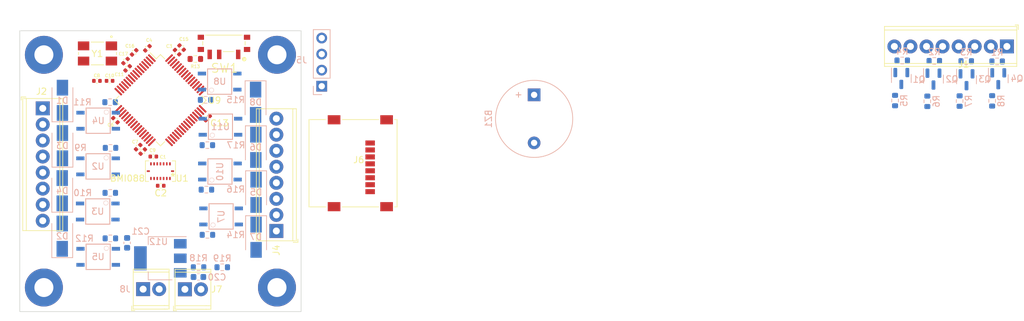
<source format=kicad_pcb>
(kicad_pcb (version 20211014) (generator pcbnew)
  (layers (0 "F.Cu" signal) (1 "In1.Cu" power) (2 "In2.Cu" power) (31 "B.Cu" signal) (34 "B.Paste" user) (35 "F.Paste" user) (36 "B.SilkS" user "B.Silkscreen") (37 "F.SilkS" user "F.Silkscreen") (38 "B.Mask" user) (39 "F.Mask" user) (44 "Edge.Cuts" user))
  (net 0 "")
  (net 1 "BUZZER")
  (net 2 "GND")
  (net 3 "3.3V")
  (net 4 "Net-(C7-Pad1)")
  (net 5 "Net-(C10-Pad2)")
  (net 6 "Net-(C11-Pad1)")
  (net 9 "RCC_OSC_IN")
  (net 10 "RCC_OSC_OUT")
  (net 11 "PWR")
  (net 12 "Net-(D1-Pad1)")
  (net 13 "Net-(D2-Pad1)")
  (net 14 "Net-(D3-Pad1)")
  (net 15 "Net-(D4-Pad1)")
  (net 16 "Net-(D5-Pad1)")
  (net 17 "Net-(D6-Pad1)")
  (net 18 "Net-(D7-Pad1)")
  (net 19 "Net-(J1-Pad2)")
  (net 20 "Net-(J1-Pad4)")
  (net 21 "Net-(J1-Pad6)")
  (net 22 "Net-(J1-Pad8)")
  (net 23 "SYS_JTMS-SWDIO")
  (net 24 "SYS_JTCK_SWCLK")
  (net 25 "SDIO_D2")
  (net 26 "SDIO_D3")
  (net 27 "SDIO_CMD")
  (net 28 "SDIO_CK")
  (net 29 "SDIO_D0")
  (net 30 "SDIO_D1")
  (net 32 "BATT+")
  (net 33 "PYRO4")
  (net 34 "Net-(Q1-Pad2)")
  (net 35 "PYRO3")
  (net 36 "Net-(Q2-Pad2)")
  (net 37 "PYRO2")
  (net 38 "Net-(Q3-Pad2)")
  (net 39 "PYRO1")
  (net 40 "Net-(Q4-Pad2)")
  (net 41 "Net-(R9-Pad1)")
  (net 42 "SOL2")
  (net 43 "Net-(R10-Pad1)")
  (net 44 "SOL3")
  (net 45 "Net-(R11-Pad1)")
  (net 46 "SOL1")
  (net 47 "Net-(R12-Pad1)")
  (net 48 "SOL4")
  (net 49 "Net-(R13-Pad1)")
  (net 50 "Net-(R13-Pad2)")
  (net 51 "Net-(R14-Pad1)")
  (net 52 "SOL5")
  (net 53 "Net-(R15-Pad1)")
  (net 54 "SOL8")
  (net 55 "Net-(R16-Pad1)")
  (net 56 "SOL6")
  (net 57 "Net-(R17-Pad1)")
  (net 58 "SOL7")
  (net 59 "VMON")
  (net 61 "INT_ACC1")
  (net 62 "MISO")
  (net 63 "CS1_ACC")
  (net 64 "INT_GYRO2")
  (net 65 "INT_GYRO1")
  (net 66 "MOSI")
  (net 67 "SCK")
  (net 68 "CS2_GYRO")
  (net 69 "INT_ACC2")
  (net 80 "Net-(D8-Pad1)")
  (footprint "Capacitor_SMD:C_0402_1005Metric" (layer "F.Cu") (at 42.44 31.35 -135)
    (fp_text reference "C11" (at 1.605132 0.247487 180) (layer "F.SilkS") (effects (font (size 0.5 0.5) (thickness 0.1))))
    (fp_text value "100nF")
    (pad "1" smd roundrect (at -0.48 0 225) (size 0.56 0.62) (layers "F.Cu" "F.Paste" "F.Mask") (net 6 "Net-(C11-Pad1)"))
    (pad "2" smd roundrect (at 0.48 0 225) (size 0.56 0.62) (layers "F.Cu" "F.Paste" "F.Mask") (net 2 "GND"))
  )
  (footprint "Capacitor_SMD:C_0402_1005Metric" (layer "F.Cu") (at 44.108608 43.824621 -135)
    (fp_text reference "C7" (at -0.25881 0.935664 -180) (layer "F.SilkS") (effects (font (size 0.5 0.5) (thickness 0.1))))
    (fp_text value "4.7uF")
    (pad "1" smd roundrect (at -0.48 0 225) (size 0.56 0.62) (layers "F.Cu" "F.Paste" "F.Mask") (net 4 "Net-(C7-Pad1)"))
    (pad "2" smd roundrect (at 0.48 0 225) (size 0.56 0.62) (layers "F.Cu" "F.Paste" "F.Mask") (net 2 "GND"))
  )
  (footprint "BMI088:BMI088" (layer "F.Cu") (at 47.625 47.625 180)
    (fp_text reference "U1" (at -3.429 -1.143) (layer "F.SilkS"))
    (fp_text value "BMI088" (at 5.207 -1.143) (layer "F.SilkS"))
    (fp_text user "*" (at -1.958686 -0.890955) (layer "F.SilkS"))
    (fp_text user "*" (at -1.958686 -0.890955) (layer "F.SilkS"))
    (pad "1" smd rect locked (at -1.5 -1.1557 180) (size 0.254 0.4826) (layers "F.Cu" "F.Paste" "F.Mask") (net 69 "INT_ACC2"))
    (pad "2" smd rect locked (at -1.000001 -1.1557 180) (size 0.254 0.4826) (layers "F.Cu" "F.Paste" "F.Mask") (net 2 "GND"))
    (pad "3" smd rect locked (at -0.499999 -1.1557 180) (size 0.254 0.4826) (layers "F.Cu" "F.Paste" "F.Mask") (net 3 "3.3V"))
    (pad "4" smd rect locked (at 0 -1.1557 180) (size 0.254 0.4826) (layers "F.Cu" "F.Paste" "F.Mask") (net 2 "GND"))
    (pad "5" smd rect locked (at 0.499999 -1.1557 180) (size 0.254 0.4826) (layers "F.Cu" "F.Paste" "F.Mask") (net 68 "CS2_GYRO"))
    (pad "6" smd rect locked (at 1.000001 -1.1557 180) (size 0.254 0.4826) (layers "F.Cu" "F.Paste" "F.Mask") (net 2 "GND"))
    (pad "7" smd rect locked (at 1.5 -1.1557 180) (size 0.254 0.4826) (layers "F.Cu" "F.Paste" "F.Mask") (net 2 "GND"))
    (pad "8" smd rect locked (at 1.9113 0 270) (size 0.254 0.4826) (layers "F.Cu" "F.Paste" "F.Mask") (net 67 "SCK"))
    (pad "9" smd rect locked (at 1.5 1.1557 180) (size 0.254 0.4826) (layers "F.Cu" "F.Paste" "F.Mask") (net 66 "MOSI"))
    (pad "10" smd rect locked (at 1.000001 1.1557 180) (size 0.254 0.4826) (layers "F.Cu" "F.Paste" "F.Mask") (net 62 "MISO"))
    (pad "11" smd rect locked (at 0.499999 1.1557 180) (size 0.254 0.4826) (layers "F.Cu" "F.Paste" "F.Mask") (net 3 "3.3V"))
    (pad "12" smd rect locked (at 0 1.1557 180) (size 0.254 0.4826) (layers "F.Cu" "F.Paste" "F.Mask") (net 65 "INT_GYRO1"))
    (pad "13" smd rect locked (at -0.499999 1.1557 180) (size 0.254 0.4826) (layers "F.Cu" "F.Paste" "F.Mask") (net 64 "INT_GYRO2"))
    (pad "14" smd rect locked (at -1.000001 1.1557 180) (size 0.254 0.4826) (layers "F.Cu" "F.Paste" "F.Mask") (net 63 "CS1_ACC"))
    (pad "15" smd rect locked (at -1.5 1.1557 180) (size 0.254 0.4826) (layers "F.Cu" "F.Paste" "F.Mask") (net 62 "MISO"))
    (pad "16" smd rect locked (at -1.9113 0 270) (size 0.254 0.4826) (layers "F.Cu" "F.Paste" "F.Mask") (net 61 "INT_ACC1"))
  )
  (footprint "TerminalBlock_Phoenix:TerminalBlock_Phoenix_MPT-0,5-2-2.54_1x02_P2.54mm_Horizontal" (layer "F.Cu") (at 44.89 66.3)
    (fp_text reference "J8" (at -2.86 -0.01) (layer "B.SilkS") (effects (justify mirror)))
    (fp_text value "Screw_Terminal_01x02")
    (pad "1" thru_hole rect (at 0 0) (size 2.2 2.2) (drill 1.1) (layers *.Cu *.Mask) (net 11 "PWR"))
    (pad "2" thru_hole circle (at 2.54 0) (size 2.2 2.2) (drill 1.1) (layers *.Cu *.Mask) (net 32 "BATT+"))
  )
  (footprint "Capacitor_SMD:C_0402_1005Metric" (layer "F.Cu") (at 47.67 49.93 180)
    (fp_text reference "C2" (at 0 -1.16) (layer "F.SilkS"))
    (fp_text value "100nF")
    (pad "1" smd roundrect (at -0.48 0 180) (size 0.56 0.62) (layers "F.Cu" "F.Paste" "F.Mask") (net 3 "3.3V"))
    (pad "2" smd roundrect (at 0.48 0 180) (size 0.56 0.62) (layers "F.Cu" "F.Paste" "F.Mask") (net 2 "GND"))
  )
  (footprint "TerminalBlock_Phoenix:TerminalBlock_Phoenix_MPT-0,5-8-2.54_1x08_P2.54mm_Horizontal" (layer "F.Cu") (at 181.37 27.89 180)
    (fp_text reference "J1" (at 6.82 -2.83) (layer "F.SilkS"))
    (fp_text value "Screw_Terminal_01x08")
    (pad "1" thru_hole rect (at 0 0 180) (size 2.2 2.2) (drill 1.1) (layers *.Cu *.Mask) (net 11 "PWR"))
    (pad "2" thru_hole circle (at 2.54 0 180) (size 2.2 2.2) (drill 1.1) (layers *.Cu *.Mask) (net 19 "Net-(J1-Pad2)"))
    (pad "3" thru_hole circle (at 5.08 0 180) (size 2.2 2.2) (drill 1.1) (layers *.Cu *.Mask) (net 11 "PWR"))
    (pad "4" thru_hole circle (at 7.62 0 180) (size 2.2 2.2) (drill 1.1) (layers *.Cu *.Mask) (net 20 "Net-(J1-Pad4)"))
    (pad "5" thru_hole circle (at 10.16 0 180) (size 2.2 2.2) (drill 1.1) (layers *.Cu *.Mask) (net 11 "PWR"))
    (pad "6" thru_hole circle (at 12.7 0 180) (size 2.2 2.2) (drill 1.1) (layers *.Cu *.Mask) (net 21 "Net-(J1-Pad6)"))
    (pad "7" thru_hole circle (at 15.24 0 180) (size 2.2 2.2) (drill 1.1) (layers *.Cu *.Mask) (net 11 "PWR"))
    (pad "8" thru_hole circle (at 17.78 0 180) (size 2.2 2.2) (drill 1.1) (layers *.Cu *.Mask) (net 22 "Net-(J1-Pad8)"))
  )
  (footprint "MountingHole:MountingHole_3mm_Pad_TopBottom" (layer "F.Cu") (at 29.21 66.04)
    (fp_text reference "H3" hide)
    (fp_text value "MountingHole_Pad")
    (pad "1" connect circle (at 0 0) (size 6 6) (layers "B.Cu" "B.Mask") (net 2 "GND"))
    (pad "1" connect circle (at 0 0) (size 6 6) (layers "F.Cu" "F.Mask") (net 2 "GND"))
    (pad "1" thru_hole circle (at 0 0) (size 3.4 3.4) (drill 3) (layers *.Cu *.Mask) (net 2 "GND"))
  )
  (footprint "Capacitor_SMD:C_0402_1005Metric" (layer "F.Cu") (at 55.09 39.23 -135)
    (fp_text reference "C13" (at -0.756604 -1.873833 -180) (layer "F.SilkS"))
    (fp_text value "100nF")
    (pad "1" smd roundrect (at -0.48 0 225) (size 0.56 0.62) (layers "F.Cu" "F.Paste" "F.Mask") (net 3 "3.3V"))
    (pad "2" smd roundrect (at 0.48 0 225) (size 0.56 0.62) (layers "F.Cu" "F.Paste" "F.Mask") (net 2 "GND"))
  )
  (footprint "MountingHole:MountingHole_3mm_Pad_TopBottom" (layer "F.Cu") (at 66.04 29.21)
    (fp_text reference "H1" hide)
    (fp_text value "MountingHole_Pad")
    (pad "1" connect circle (at 0 0) (size 6 6) (layers "B.Cu" "B.Mask") (net 2 "GND"))
    (pad "1" connect circle (at 0 0) (size 6 6) (layers "F.Cu" "F.Mask") (net 2 "GND"))
    (pad "1" thru_hole circle (at 0 0) (size 3.4 3.4) (drill 3) (layers *.Cu *.Mask) (net 2 "GND"))
  )
  (footprint "MountingHole:MountingHole_3mm_Pad_TopBottom" (layer "F.Cu") (at 66.04 66.04)
    (fp_text reference "H4" hide)
    (fp_text value "MountingHole_Pad")
    (pad "1" connect circle (at 0 0) (size 6 6) (layers "B.Cu" "B.Mask") (net 2 "GND"))
    (pad "1" thru_hole circle (at 0 0) (size 3.4 3.4) (drill 3) (layers *.Cu *.Mask) (net 2 "GND"))
    (pad "1" connect circle (at 0 0) (size 6 6) (layers "F.Cu" "F.Mask") (net 2 "GND"))
  )
  (footprint "Capacitor_SMD:C_0402_1005Metric" (layer "F.Cu") (at 40.51 39.56 135)
    (fp_text reference "C6" (at 0 -1.06066 180) (layer "F.SilkS") (effects (font (size 0.5 0.5) (thickness 0.1))))
    (fp_text value "100nF")
    (pad "1" smd roundrect (at -0.48 0 135) (size 0.56 0.62) (layers "F.Cu" "F.Paste" "F.Mask") (net 3 "3.3V"))
    (pad "2" smd roundrect (at 0.48 0 135) (size 0.56 0.62) (layers "F.Cu" "F.Paste" "F.Mask") (net 2 "GND"))
  )
  (footprint "PCM12SMTR:SW_PCM12SMTR" (layer "F.Cu") (at 57.66 27.4 180)
    (fp_text reference "SW1" (at -0.08 -3.93) (layer "F.SilkS") (effects (font (size 1.4 1.4))))
    (fp_text value "PCM12SMTR")
    (pad "" np_thru_hole circle locked (at 1.5 0 180) (size 0.9 0.9) (drill 0.9) (layers *.Cu *.Mask))
    (pad "" np_thru_hole circle locked (at -1.5 0 180) (size 0.9 0.9) (drill 0.9) (layers *.Cu *.Mask))
    (pad "1" smd rect locked (at -2.25 -1.75 180) (size 0.7 1.5) (layers "F.Cu" "F.Paste" "F.Mask") (net 2 "GND"))
    (pad "2" smd rect locked (at 0.75 -1.75 180) (size 0.7 1.5) (layers "F.Cu" "F.Paste" "F.Mask") (net 50 "Net-(R13-Pad2)"))
    (pad "3" smd rect locked (at 2.25 -1.75 180) (size 0.7 1.5) (layers "F.Cu" "F.Paste" "F.Mask") (net 3 "3.3V"))
    (pad "S1" smd rect locked (at -3.65 -0.965 180) (size 1 0.8) (layers "F.Cu" "F.Paste" "F.Mask"))
    (pad "S2" smd rect locked (at -3.65 0.965 180) (size 1 0.8) (layers "F.Cu" "F.Paste" "F.Mask"))
    (pad "S3" smd rect locked (at 3.65 0.965 180) (size 1 0.8) (layers "F.Cu" "F.Paste" "F.Mask"))
    (pad "S4" smd rect locked (at 3.65 -0.965 180) (size 1 0.8) (layers "F.Cu" "F.Paste" "F.Mask"))
  )
  (footprint "Capacitor_SMD:C_0402_1005Metric" (layer "F.Cu") (at 45.568722 28.180477 45)
    (fp_text reference "C4" (at 1.097256 -0.713611) (layer "F.SilkS") (effects (font (size 0.5 0.5) (thickness 0.1))))
    (fp_text value "100nF")
    (pad "1" smd roundrect (at -0.48 0 45) (size 0.56 0.62) (layers "F.Cu" "F.Paste" "F.Mask") (net 3 "3.3V"))
    (pad "2" smd roundrect (at 0.48 0 45) (size 0.56 0.62) (layers "F.Cu" "F.Paste" "F.Mask") (net 2 "GND"))
  )
  (footprint "Capacitor_SMD:C_0402_1005Metric" (layer "F.Cu") (at 39.59 33.33 180)
    (fp_text reference "C10" (at -0.008887 0.812929) (layer "F.SilkS") (effects (font (size 0.5 0.5) (thickness 0.1))))
    (fp_text value "1uF")
    (pad "1" smd roundrect (at -0.48 0 180) (size 0.56 0.62) (layers "F.Cu" "F.Paste" "F.Mask") (net 3 "3.3V"))
    (pad "2" smd roundrect (at 0.48 0 180) (size 0.56 0.62) (layers "F.Cu" "F.Paste" "F.Mask") (net 5 "Net-(C10-Pad2)"))
  )
  (footprint "Capacitor_SMD:C_0402_1005Metric" (layer "F.Cu") (at 42.11 30.2 -135)
    (fp_text reference "C17" (at -0.558614 1.053589 180) (layer "F.SilkS") (effects (font (size 0.5 0.5) (thickness 0.1))))
    (fp_text value "26uf")
    (pad "1" smd roundrect (at -0.48 0 225) (size 0.56 0.62) (layers "F.Cu" "F.Paste" "F.Mask") (net 10 "RCC_OSC_OUT"))
    (pad "2" smd roundrect (at 0.48 0 225) (size 0.56 0.62) (layers "F.Cu" "F.Paste" "F.Mask") (net 2 "GND"))
  )
  (footprint "TerminalBlock_Phoenix:TerminalBlock_Phoenix_MPT-0,5-8-2.54_1x08_P2.54mm_Horizontal" (layer "F.Cu") (at 29.03 37.69 -90)
    (fp_text reference "J2" (at -2.68 0.2 180) (layer "F.SilkS"))
    (fp_text value "Screw_Terminal_01x08")
    (pad "1" thru_hole rect (at 0 0 270) (size 2.2 2.2) (drill 1.1) (layers *.Cu *.Mask) (net 2 "GND"))
    (pad "2" thru_hole circle (at 2.54 0 270) (size 2.2 2.2) (drill 1.1) (layers *.Cu *.Mask) (net 12 "Net-(D1-Pad1)"))
    (pad "3" thru_hole circle (at 5.08 0 270) (size 2.2 2.2) (drill 1.1) (layers *.Cu *.Mask) (net 2 "GND"))
    (pad "4" thru_hole circle (at 7.62 0 270) (size 2.2 2.2) (drill 1.1) (layers *.Cu *.Mask) (net 14 "Net-(D3-Pad1)"))
    (pad "5" thru_hole circle (at 10.16 0 270) (size 2.2 2.2) (drill 1.1) (layers *.Cu *.Mask) (net 2 "GND"))
    (pad "6" thru_hole circle (at 12.7 0 270) (size 2.2 2.2) (drill 1.1) (layers *.Cu *.Mask) (net 15 "Net-(D4-Pad1)"))
    (pad "7" thru_hole circle (at 15.24 0 270) (size 2.2 2.2) (drill 1.1) (layers *.Cu *.Mask) (net 2 "GND"))
    (pad "8" thru_hole circle (at 17.78 0 270) (size 2.2 2.2) (drill 1.1) (layers *.Cu *.Mask) (net 13 "Net-(D2-Pad1)"))
  )
  (footprint "Capacitor_SMD:C_0402_1005Metric" (layer "F.Cu") (at 37.588887 33.337071 180)
    (fp_text reference "C8" (at 0.01 0.83) (layer "F.SilkS") (effects (font (size 0.5 0.5) (thickness 0.1))))
    (fp_text value "100nF")
    (pad "1" smd roundrect (at -0.48 0 180) (size 0.56 0.62) (layers "F.Cu" "F.Paste" "F.Mask") (net 5 "Net-(C10-Pad2)"))
    (pad "2" smd roundrect (at 0.48 0 180) (size 0.56 0.62) (layers "F.Cu" "F.Paste" "F.Mask") (net 2 "GND"))
  )
  (footprint "Resistor_SMD:R_0603_1608Metric" (layer "F.Cu") (at 53.14 29.87)
    (fp_text reference "R13" (at 0 1.19 180) (layer "F.SilkS") (effects (font (size 0.5 0.5) (thickness 0.1))))
    (fp_text value "10k")
    (pad "1" smd roundrect (at -0.825 0) (size 0.8 0.95) (layers "F.Cu" "F.Paste" "F.Mask") (net 49 "Net-(R13-Pad1)"))
    (pad "2" smd roundrect (at 0.825 0) (size 0.8 0.95) (layers "F.Cu" "F.Paste" "F.Mask") (net 50 "Net-(R13-Pad2)"))
  )
  (footprint "Capacitor_SMD:C_0402_1005Metric" (layer "F.Cu") (at 50.26 28.79 -45)
    (fp_text reference "C3" (at -1.541493 0.226274) (layer "F.SilkS") (effects (font (size 0.5 0.5) (thickness 0.1))))
    (fp_text value "100nF")
    (pad "1" smd roundrect (at -0.48 0 315) (size 0.56 0.62) (layers "F.Cu" "F.Paste" "F.Mask") (net 3 "3.3V"))
    (pad "2" smd roundrect (at 0.48 0 315) (size 0.56 0.62) (layers "F.Cu" "F.Paste" "F.Mask") (net 2 "GND"))
  )
  (footprint "Connector_Card:microSD_HC_Wuerth_693072010801" (layer "F.Cu") (at 79.21 46.37 -90)
    (fp_text reference "J6" (at -0.5252 0.2534) (layer "F.SilkS"))
    (fp_text value "Micro_SD_Card")
    (pad "1" smd rect (at -3.2 -1.55 270) (size 0.8 1.5) (layers "F.Cu" "F.Paste" "F.Mask") (net 25 "SDIO_D2"))
    (pad "2" smd rect (at -2.1 -1.55 270) (size 0.8 1.5) (layers "F.Cu" "F.Paste" "F.Mask") (net 26 "SDIO_D3"))
    (pad "3" smd rect (at -1 -1.55 270) (size 0.8 1.5) (layers "F.Cu" "F.Paste" "F.Mask") (net 27 "SDIO_CMD"))
    (pad "4" smd rect (at 0.1 -1.55 270) (size 0.8 1.5) (layers "F.Cu" "F.Paste" "F.Mask") (net 3 "3.3V"))
    (pad "5" smd rect (at 1.2 -1.55 270) (size 0.8 1.5) (layers "F.Cu" "F.Paste" "F.Mask") (net 28 "SDIO_CK"))
    (pad "6" smd rect (at 2.3 -1.55 270) (size 0.8 1.5) (layers "F.Cu" "F.Paste" "F.Mask") (net 2 "GND"))
    (pad "7" smd rect (at 3.4 -1.55 270) (size 0.8 1.5) (layers "F.Cu" "F.Paste" "F.Mask") (net 29 "SDIO_D0"))
    (pad "8" smd rect (at 4.5 -1.55 270) (size 0.8 1.5) (layers "F.Cu" "F.Paste" "F.Mask") (net 30 "SDIO_D1"))
    (pad "9" smd rect (at 6.875 -4.15 270) (size 1.45 2) (layers "F.Cu" "F.Paste" "F.Mask"))
    (pad "9" smd rect (at -6.875 -4.15 270) (size 1.45 2) (layers "F.Cu" "F.Paste" "F.Mask"))
    (pad "9" smd rect (at 6.875 4.15 270) (size 1.45 2) (layers "F.Cu" "F.Paste" "F.Mask"))
    (pad "9" smd rect (at -6.875 4.15 270) (size 1.45 2) (layers "F.Cu" "F.Paste" "F.Mask"))
  )
  (footprint "Package_QFP:LQFP-64_10x10mm_P0.5mm" (layer "F.Cu") (at 47.63 36.4 -45)
    (fp_text reference "U9" (at 6.070653 -6.034732) (layer "F.SilkS"))
    (fp_text value "STM32F401RDTx")
    (pad "1" smd roundrect (at -5.675 -3.75 315) (size 1.55 0.3) (layers "F.Cu" "F.Paste" "F.Mask") (net 3 "3.3V"))
    (pad "2" smd roundrect (at -5.675 -3.25 315) (size 1.55 0.3) (layers "F.Cu" "F.Paste" "F.Mask"))
    (pad "3" smd roundrect (at -5.675 -2.75 315) (size 1.55 0.3) (layers "F.Cu" "F.Paste" "F.Mask"))
    (pad "4" smd roundrect (at -5.675 -2.25 315) (size 1.55 0.3) (layers "F.Cu" "F.Paste" "F.Mask"))
    (pad "5" smd roundrect (at -5.675 -1.75 315) (size 1.55 0.3) (layers "F.Cu" "F.Paste" "F.Mask") (net 9 "RCC_OSC_IN"))
    (pad "6" smd roundrect (at -5.675 -1.25 315) (size 1.55 0.3) (layers "F.Cu" "F.Paste" "F.Mask") (net 10 "RCC_OSC_OUT"))
    (pad "7" smd roundrect (at -5.675 -0.75 315) (size 1.55 0.3) (layers "F.Cu" "F.Paste" "F.Mask") (net 6 "Net-(C11-Pad1)"))
    (pad "8" smd roundrect (at -5.675 -0.25 315) (size 1.55 0.3) (layers "F.Cu" "F.Paste" "F.Mask"))
    (pad "9" smd roundrect (at -5.675 0.25 315) (size 1.55 0.3) (layers "F.Cu" "F.Paste" "F.Mask"))
    (pad "10" smd roundrect (at -5.675 0.75 315) (size 1.55 0.3) (layers "F.Cu" "F.Paste" "F.Mask"))
    (pad "11" smd roundrect (at -5.675 1.25 315) (size 1.55 0.3) (layers "F.Cu" "F.Paste" "F.Mask") (net 39 "PYRO1"))
    (pad "12" smd roundrect (at -5.675 1.75 315) (size 1.55 0.3) (layers "F.Cu" "F.Paste" "F.Mask") (net 2 "GND"))
    (pad "13" smd roundrect (at -5.675 2.25 315) (size 1.55 0.3) (layers "F.Cu" "F.Paste" "F.Mask") (net 3 "3.3V"))
    (pad "14" smd roundrect (at -5.675 2.75 315) (size 1.55 0.3) (layers "F.Cu" "F.Paste" "F.Mask") (net 37 "PYRO2"))
    (pad "15" smd roundrect (at -5.675 3.25 315) (size 1.55 0.3) (layers "F.Cu" "F.Paste" "F.Mask") (net 35 "PYRO3"))
    (pad "16" smd roundrect (at -5.675 3.75 315) (size 1.55 0.3) (layers "F.Cu" "F.Paste" "F.Mask") (net 33 "PYRO4"))
    (pad "17" smd roundrect (at -3.75 5.675 315) (size 0.3 1.55) (layers "F.Cu" "F.Paste" "F.Mask") (net 59 "VMON"))
    (pad "18" smd roundrect (at -3.25 5.675 315) (size 0.3 1.55) (layers "F.Cu" "F.Paste" "F.Mask") (net 2 "GND"))
    (pad "19" smd roundrect (at -2.75 5.675 315) (size 0.3 1.55) (layers "F.Cu" "F.Paste" "F.Mask") (net 3 "3.3V"))
    (pad "20" smd roundrect (at -2.25 5.675 315) (size 0.3 1.55) (layers "F.Cu" "F.Paste" "F.Mask") (net 68 "CS2_GYRO"))
    (pad "21" smd roundrect (at -1.75 5.675 315) (size 0.3 1.55) (layers "F.Cu" "F.Paste" "F.Mask") (net 67 "SCK"))
    (pad "22" smd roundrect (at -1.25 5.675 315) (size 0.3 1.55) (layers "F.Cu" "F.Paste" "F.Mask") (net 62 "MISO"))
    (pad "23" smd roundrect (at -0.75 5.675 315) (size 0.3 1.55) (layers "F.Cu" "F.Paste" "F.Mask") (net 66 "MOSI"))
    (pad "24" smd roundrect (at -0.25 5.675 315) (size 0.3 1.55) (layers "F.Cu" "F.Paste" "F.Mask") (net 46 "SOL1"))
    (pad "25" smd roundrect (at 0.25 5.675 315) (size 0.3 1.55) (layers "F.Cu" "F.Paste" "F.Mask") (net 44 "SOL3"))
    (pad "26" smd roundrect (at 0.75 5.675 315) (size 0.3 1.55) (layers "F.Cu" "F.Paste" "F.Mask") (net 42 "SOL2"))
    (pad "27" smd roundrect (at 1.25 5.675 315) (size 0.3 1.55) (layers "F.Cu" "F.Paste" "F.Mask") (net 48 "SOL4"))
    (pad "28" smd roundrect (at 1.75 5.675 315) (size 0.3 1.55) (layers "F.Cu" "F.Paste" "F.Mask"))
    (pad "29" smd roundrect (at 2.25 5.675 315) (size 0.3 1.55) (layers "F.Cu" "F.Paste" "F.Mask"))
    (pad "30" smd roundrect (at 2.75 5.675 315) (size 0.3 1.55) (layers "F.Cu" "F.Paste" "F.Mask") (net 4 "Net-(C7-Pad1)"))
    (pad "31" smd roundrect (at 3.25 5.675 315) (size 0.3 1.55) (layers "F.Cu" "F.Paste" "F.Mask") (net 2 "GND"))
    (pad "32" smd roundrect (at 3.75 5.675 315) (size 0.3 1.55) (layers "F.Cu" "F.Paste" "F.Mask") (net 3 "3.3V"))
    (pad "33" smd roundrect (at 5.675 3.75 315) (size 1.55 0.3) (layers "F.Cu" "F.Paste" "F.Mask") (net 65 "INT_GYRO1"))
    (pad "34" smd roundrect (at 5.675 3.25 315) (size 1.55 0.3) (layers "F.Cu" "F.Paste" "F.Mask") (net 64 "INT_GYRO2"))
    (pad "35" smd roundrect (at 5.675 2.75 315) (size 1.55 0.3) (layers "F.Cu" "F.Paste" "F.Mask") (net 63 "CS1_ACC"))
    (pad "36" smd roundrect (at 5.675 2.25 315) (size 1.55 0.3) (layers "F.Cu" "F.Paste" "F.Mask") (net 61 "INT_ACC1"))
    (pad "37" smd roundrect (at 5.675 1.75 315) (size 1.55 0.3) (layers "F.Cu" "F.Paste" "F.Mask") (net 69 "INT_ACC2"))
    (pad "38" smd roundrect (at 5.675 1.25 315) (size 1.55 0.3) (layers "F.Cu" "F.Paste" "F.Mask"))
    (pad "39" smd roundrect (at 5.675 0.75 315) (size 1.55 0.3) (layers "F.Cu" "F.Paste" "F.Mask") (net 29 "SDIO_D0"))
    (pad "40" smd roundrect (at 5.675 0.25 315) (size 1.55 0.3) (layers "F.Cu" "F.Paste" "F.Mask") (net 30 "SDIO_D1"))
    (pad "41" smd roundrect (at 5.675 -0.25 315) (size 1.55 0.3) (layers "F.Cu" "F.Paste" "F.Mask") (net 52 "SOL5"))
    (pad "42" smd roundrect (at 5.675 -0.75 315) (size 1.55 0.3) (layers "F.Cu" "F.Paste" "F.Mask") (net 58 "SOL7"))
    (pad "43" smd roundrect (at 5.675 -1.25 315) (size 1.55 0.3) (layers "F.Cu" "F.Paste" "F.Mask") (net 56 "SOL6"))
    (pad "44" smd roundrect (at 5.675 -1.75 315) (size 1.55 0.3) (layers "F.Cu" "F.Paste" "F.Mask") (net 54 "SOL8"))
    (pad "45" smd roundrect (at 5.675 -2.25 315) (size 1.55 0.3) (layers "F.Cu" "F.Paste" "F.Mask"))
    (pad "46" smd roundrect (at 5.675 -2.75 315) (size 1.55 0.3) (layers "F.Cu" "F.Paste" "F.Mask") (net 23 "SYS_JTMS-SWDIO"))
    (pad "47" smd roundrect (at 5.675 -3.25 315) (size 1.55 0.3) (layers "F.Cu" "F.Paste" "F.Mask") (net 2 "GND"))
    (pad "48" smd roundrect (at 5.675 -3.75 315) (size 1.55 0.3) (layers "F.Cu" "F.Paste" "F.Mask") (net 3 "3.3V"))
    (pad "49" smd roundrect (at 3.75 -5.675 315) (size 0.3 1.55) (layers "F.Cu" "F.Paste" "F.Mask") (net 24 "SYS_JTCK_SWCLK"))
    (pad "50" smd roundrect (at 3.25 -5.675 315) (size 0.3 1.55) (layers "F.Cu" "F.Paste" "F.Mask"))
    (pad "51" smd roundrect (at 2.75 -5.675 315) (size 0.3 1.55) (layers "F.Cu" "F.Paste" "F.Mask") (net 25 "SDIO_D2"))
    (pad "52" smd roundrect (at 2.25 -5.675 315) (size 0.3 1.55) (layers "F.Cu" "F.Paste" "F.Mask") (net 26 "SDIO_D3"))
    (pad "53" smd roundrect (at 1.75 -5.675 315) (size 0.3 1.55) (layers "F.Cu" "F.Paste" "F.Mask") (net 28 "SDIO_CK"))
    (pad "54" smd roundrect (at 1.25 -5.675 315) (size 0.3 1.55) (layers "F.Cu" "F.Paste" "F.Mask") (net 27 "SDIO_CMD"))
    (pad "55" smd roundrect (at 0.75 -5.675 315) (size 0.3 1.55) (layers "F.Cu" "F.Paste" "F.Mask"))
    (pad "56" smd roundrect (at 0.25 -5.675 315) (size 0.3 1.55) (layers "F.Cu" "F.Paste" "F.Mask") (net 1 "BUZZER"))
    (pad "57" smd roundrect (at -0.25 -5.675 315) (size 0.3 1.55) (layers "F.Cu" "F.Paste" "F.Mask"))
    (pad "58" smd roundrect (at -0.75 -5.675 315) (size 0.3 1.55) (layers "F.Cu" "F.Paste" "F.Mask"))
    (pad "59" smd roundrect (at -1.25 -5.675 315) (size 0.3 1.55) (layers "F.Cu" "F.Paste" "F.Mask"))
    (pad "60" smd roundrect (at -1.75 -5.675 315) (size 0.3 1.55) (layers "F.Cu" "F.Paste" "F.Mask") (net 49 "Net-(R13-Pad1)"))
    (pad "61" smd roundrect (at -2.25 -5.675 315) (size 0.3 1.55) (layers "F.Cu" "F.Paste" "F.Mask"))
    (pad "62" smd roundrect (at -2.75 -5.675 315) (size 0.3 1.55) (layers "F.Cu" "F.Paste" "F.Mask"))
    (pad "63" smd roundrect (at -3.25 -5.675 315) (size 0.3 1.55) (layers "F.Cu" "F.Paste" "F.Mask") (net 2 "GND"))
    (pad "64" smd roundrect (at -3.75 -5.675 315) (size 0.3 1.55) (layers "F.Cu" "F.Paste" "F.Mask") (net 3 "3.3V"))
  )
  (footprint "Capacitor_SMD:C_0402_1005Metric" (layer "F.Cu") (at 44.829857 44.517586 -135)
    (fp_text reference "C9" (at -1.22876 -0.949331 180) (layer "F.SilkS") (effects (font (size 0.5 0.5) (thickness 0.1))))
    (fp_text value "100nF")
    (pad "1" smd roundrect (at -0.48 0 225) (size 0.56 0.62) (layers "F.Cu" "F.Paste" "F.Mask") (net 3 "3.3V"))
    (pad "2" smd roundrect (at 0.48 0 225) (size 0.56 0.62) (layers "F.Cu" "F.Paste" "F.Mask") (net 2 "GND"))
  )
  (footprint "TerminalBlock_Phoenix:TerminalBlock_Phoenix_MPT-0,5-2-2.54_1x02_P2.54mm_Horizontal" (layer "F.Cu") (at 51.49 66.32)
    (fp_text reference "J7" (at 5.028 0.002) (layer "F.SilkS"))
    (fp_text value "Screw_Terminal_01x02")
    (pad "1" thru_hole rect (at 0 0) (size 2.2 2.2) (drill 1.1) (layers *.Cu *.Mask) (net 32 "BATT+"))
    (pad "2" thru_hole circle (at 2.54 0) (size 2.2 2.2) (drill 1.1) (layers *.Cu *.Mask) (net 2 "GND"))
  )
  (footprint "MountingHole:MountingHole_3mm_Pad_TopBottom" (layer "F.Cu") (at 29.21 29.21)
    (fp_text reference "H2" hide)
    (fp_text value "MountingHole_Pad")
    (pad "1" thru_hole circle (at 0 0) (size 3.4 3.4) (drill 3) (layers *.Cu *.Mask) (net 2 "GND"))
    (pad "1" connect circle (at 0 0) (size 6 6) (layers "F.Cu" "F.Mask") (net 2 "GND"))
    (pad "1" connect circle (at 0 0) (size 6 6) (layers "B.Cu" "B.Mask") (net 2 "GND"))
  )
  (footprint "ABMM2_6mm_3_6mm:XTAL_ABMM2-25.000MHZ-D1-T" (layer "F.Cu") (at 37.68 29 -90)
    (fp_text reference "Y1" (at 0.04 0.02) (layer "F.SilkS"))
    (fp_text value "ABMM2-25MHZ-D1-T")
    (pad "1" smd rect locked (at -1.2 -2.2 270) (size 1.4 1.8) (layers "F.Cu" "F.Paste" "F.Mask") (net 9 "RCC_OSC_IN"))
    (pad "2" smd rect locked (at -1.2 2.2 270) (size 1.4 1.8) (layers "F.Cu" "F.Paste" "F.Mask") (net 2 "GND"))
    (pad "3" smd rect locked (at 1.2 2.2 270) (size 1.4 1.8) (layers "F.Cu" "F.Paste" "F.Mask") (net 10 "RCC_OSC_OUT"))
    (pad "4" smd rect locked (at 1.2 -2.2 270) (size 1.4 1.8) (layers "F.Cu" "F.Paste" "F.Mask") (net 2 "GND"))
  )
  (footprint "Capacitor_SMD:C_0402_1005Metric" (layer "F.Cu") (at 50.97 28.07 135)
    (fp_text reference "C15" (at 0.688521 1.196005 180) (layer "F.SilkS") (effects (font (size 0.5 0.5) (thickness 0.1))))
    (fp_text value "4.7uF")
    (pad "1" smd roundrect (at -0.48 0 135) (size 0.56 0.62) (layers "F.Cu" "F.Paste" "F.Mask") (net 2 "GND"))
    (pad "2" smd roundrect (at 0.48 0 135) (size 0.56 0.62) (layers "F.Cu" "F.Paste" "F.Mask") (net 3 "3.3V"))
  )
  (footprint "Capacitor_SMD:C_0402_1005Metric" (layer "F.Cu") (at 46.5 45.31 180)
    (fp_text reference "C1" (at -1.53 -0.08 180) (layer "F.SilkS") (effects (font (size 0.5 0.5) (thickness 0.1))))
    (fp_text value "100nF")
    (pad "1" smd roundrect (at -0.48 0 180) (size 0.56 0.62) (layers "F.Cu" "F.Paste" "F.Mask") (net 3 "3.3V"))
    (pad "2" smd roundrect (at 0.48 0 180) (size 0.56 0.62) (layers "F.Cu" "F.Paste" "F.Mask") (net 2 "GND"))
  )
  (footprint "Capacitor_SMD:C_0402_1005Metric" (layer "F.Cu") (at 43.47 28.83 45)
    (fp_text reference "C16" (at 0.247487 -1.19501 180) (layer "F.SilkS") (effects (font (size 0.5 0.5) (thickness 0.1))))
    (fp_text value "26pf")
    (pad "1" smd roundrect (at -0.48 0 45) (size 0.56 0.62) (layers "F.Cu" "F.Paste" "F.Mask") (net 9 "RCC_OSC_IN"))
    (pad "2" smd roundrect (at 0.48 0 45) (size 0.56 0.62) (layers "F.Cu" "F.Paste" "F.Mask") (net 2 "GND"))
  )
  (footprint "TerminalBlock_Phoenix:TerminalBlock_Phoenix_MPT-0,5-8-2.54_1x08_P2.54mm_Horizontal" (layer "F.Cu") (at 65.94 57.09 90)
    (fp_text reference "J4" (at -3.048 0 90) (layer "F.SilkS"))
    (fp_text value "Screw_Terminal_01x08")
    (pad "1" thru_hole rect (at 0 0 90) (size 2.2 2.2) (drill 1.1) (layers *.Cu *.Mask) (net 2 "GND"))
    (pad "2" thru_hole circle (at 2.54 0 90) (size 2.2 2.2) (drill 1.1) (layers *.Cu *.Mask) (net 18 "Net-(D7-Pad1)"))
    (pad "3" thru_hole circle (at 5.08 0 90) (size 2.2 2.2) (drill 1.1) (layers *.Cu *.Mask) (net 2 "GND"))
    (pad "4" thru_hole circle (at 7.62 0 90) (size 2.2 2.2) (drill 1.1) (layers *.Cu *.Mask) (net 16 "Net-(D5-Pad1)"))
    (pad "5" thru_hole circle (at 10.16 0 90) (size 2.2 2.2) (drill 1.1) (layers *.Cu *.Mask) (net 2 "GND"))
    (pad "6" thru_hole circle (at 12.7 0 90) (size 2.2 2.2) (drill 1.1) (layers *.Cu *.Mask) (net 17 "Net-(D6-Pad1)"))
    (pad "7" thru_hole circle (at 15.24 0 90) (size 2.2 2.2) (drill 1.1) (layers *.Cu *.Mask) (net 2 "GND"))
    (pad "8" thru_hole circle (at 17.78 0 90) (size 2.2 2.2) (drill 1.1) (layers *.Cu *.Mask) (net 80 "Net-(D8-Pad1)"))
  )
  (footprint "Resistor_SMD:R_0603_1608Metric" (layer "B.Cu") (at 54.89 50.55)
    (fp_text reference "R16" (at 4.62 -0.05) (layer "B.SilkS") (effects (justify mirror)))
    (fp_text value "270")
    (pad "1" smd roundrect (at -0.825 0) (size 0.8 0.95) (layers "B.Cu" "B.Paste" "B.Mask") (net 55 "Net-(R16-Pad1)"))
    (pad "2" smd roundrect (at 0.825 0) (size 0.8 0.95) (layers "B.Cu" "B.Paste" "B.Mask") (net 56 "SOL6"))
  )
  (footprint "Resistor_SMD:R_0603_1608Metric" (layer "B.Cu") (at 39.74 43.94 180)
    (fp_text reference "R9" (at 4.75 0.03 180) (layer "B.SilkS") (effects (justify mirror)))
    (fp_text value "270")
    (pad "1" smd roundrect (at -0.825 0 180) (size 0.8 0.95) (layers "B.Cu" "B.Paste" "B.Mask") (net 41 "Net-(R9-Pad1)"))
    (pad "2" smd roundrect (at 0.825 0 180) (size 0.8 0.95) (layers "B.Cu" "B.Paste" "B.Mask") (net 42 "SOL2"))
  )
  (footprint "Diode_SMD:D_SMA" (layer "B.Cu") (at 32.14 43.59 90)
    (fp_text reference "D3" (at -0.01 0) (layer "B.SilkS") (effects (justify mirror)))
    (fp_text value "B330")
    (pad "1" smd rect (at -2 0 90) (size 2.5 1.8) (layers "B.Cu" "B.Paste" "B.Mask") (net 14 "Net-(D3-Pad1)"))
    (pad "2" smd rect (at 2 0 90) (size 2.5 1.8) (layers "B.Cu" "B.Paste" "B.Mask") (net 2 "GND"))
  )
  (footprint "Package_TO_SOT_SMD:SOT-23" (layer "B.Cu") (at 174.99 33.1575 -90)
    (fp_text reference "Q3" (at -0.1016 -2.8956) (layer "B.SilkS") (effects (justify mirror)))
    (fp_text value "2N7002K")
    (pad "1" smd roundrect (at -0.9375 0.95 270) (size 1.475 0.6) (layers "B.Cu" "B.Paste" "B.Mask") (net 37 "PYRO2"))
    (pad "2" smd roundrect (at -0.9375 -0.95 270) (size 1.475 0.6) (layers "B.Cu" "B.Paste" "B.Mask") (net 38 "Net-(Q3-Pad2)"))
    (pad "3" smd roundrect (at 0.9375 0 270) (size 1.475 0.6) (layers "B.Cu" "B.Paste" "B.Mask") (net 2 "GND"))
  )
  (footprint "Diode_SMD:D_SMA" (layer "B.Cu") (at 32.11 50.72 90)
    (fp_text reference "D4" (at 0 0) (layer "B.SilkS") (effects (justify mirror)))
    (fp_text value "B330")
    (pad "1" smd rect (at -2 0 90) (size 2.5 1.8) (layers "B.Cu" "B.Paste" "B.Mask") (net 15 "Net-(D4-Pad1)"))
    (pad "2" smd rect (at 2 0 90) (size 2.5 1.8) (layers "B.Cu" "B.Paste" "B.Mask") (net 2 "GND"))
  )
  (footprint "CPC1020NTR:4-SOP" (layer "B.Cu") (at 37.79 39.64 -90)
    (fp_text reference "U4" (at 0.01 -0.01 180) (layer "B.SilkS") (effects (justify mirror)))
    (fp_text value "CPC1020NTR")
    (pad "1" smd rect locked (at -1.27 -2.8 270) (size 0.6 1.3) (layers "B.Cu" "B.Paste" "B.Mask") (net 45 "Net-(R11-Pad1)"))
    (pad "2" smd rect locked (at 1.27 -2.8 270) (size 0.6 1.3) (layers "B.Cu" "B.Paste" "B.Mask") (net 2 "GND"))
    (pad "3" smd rect locked (at 1.27 2.8 270) (size 0.6 1.3) (layers "B.Cu" "B.Paste" "B.Mask") (net 11 "PWR"))
    (pad "4" smd rect locked (at -1.27 2.8 270) (size 0.6 1.3) (layers "B.Cu" "B.Paste" "B.Mask") (net 12 "Net-(D1-Pad1)"))
  )
  (footprint "Resistor_SMD:R_0603_1608Metric" (layer "B.Cu") (at 173.9 36.53 90)
    (fp_text reference "R7" (at 0 1.43 90) (layer "B.SilkS") (effects (justify mirror)))
    (fp_text value "470")
    (pad "1" smd roundrect (at -0.825 0 90) (size 0.8 0.95) (layers "B.Cu" "B.Paste" "B.Mask") (net 2 "GND"))
    (pad "2" smd roundrect (at 0.825 0 90) (size 0.8 0.95) (layers "B.Cu" "B.Paste" "B.Mask") (net 37 "PYRO2"))
  )
  (footprint "Buzzer_Beeper:Buzzer_12x9.5RM7.6" (layer "B.Cu") (at 106.67 35.55 -90)
    (fp_text reference "BZ1" (at 3.8 7.2 -270) (layer "B.SilkS") (effects (justify mirror)))
    (fp_text value "Buzzer")
    (fp_text user "+" (at -0.01 2.54 -270) (layer "B.SilkS") (effects (justify mirror)))
    (pad "1" thru_hole rect (at 0 0 270) (size 2 2) (drill 1) (layers *.Cu *.Mask) (net 1 "BUZZER"))
    (pad "2" thru_hole circle (at 7.6 0 270) (size 2 2) (drill 1) (layers *.Cu *.Mask) (net 2 "GND"))
  )
  (footprint "CPC1020NTR:4-SOP" (layer "B.Cu") (at 57.11 40.59 90)
    (fp_text reference "U11" (at -0.01 0 180) (layer "B.SilkS") (effects (justify mirror)))
    (fp_text value "CPC1020NTR")
    (pad "1" smd rect locked (at -1.27 -2.8 90) (size 0.6 1.3) (layers "B.Cu" "B.Paste" "B.Mask") (net 57 "Net-(R17-Pad1)"))
    (pad "2" smd rect locked (at 1.27 -2.8 90) (size 0.6 1.3) (layers "B.Cu" "B.Paste" "B.Mask") (net 2 "GND"))
    (pad "3" smd rect locked (at 1.27 2.8 90) (size 0.6 1.3) (layers "B.Cu" "B.Paste" "B.Mask") (net 11 "PWR"))
    (pad "4" smd rect locked (at -1.27 2.8 90) (size 0.6 1.3) (layers "B.Cu" "B.Paste" "B.Mask") (net 17 "Net-(D6-Pad1)"))
  )
  (footprint "Package_TO_SOT_SMD:SOT-23" (layer "B.Cu") (at 169.77 33.06 -90)
    (fp_text reference "Q2" (at 0 -2.921) (layer "B.SilkS") (effects (justify mirror)))
    (fp_text value "2N7002K")
    (pad "1" smd roundrect (at -0.9375 0.95 270) (size 1.475 0.6) (layers "B.Cu" "B.Paste" "B.Mask") (net 35 "PYRO3"))
    (pad "2" smd roundrect (at -0.9375 -0.95 270) (size 1.475 0.6) (layers "B.Cu" "B.Paste" "B.Mask") (net 36 "Net-(Q2-Pad2)"))
    (pad "3" smd roundrect (at 0.9375 0 270) (size 1.475 0.6) (layers "B.Cu" "B.Paste" "B.Mask") (net 2 "GND"))
  )
  (footprint "Package_TO_SOT_SMD:SOT-223-3_TabPin2" (layer "B.Cu") (at 47.61 61.41 180)
    (fp_text reference "U12" (at 0.29 2.63) (layer "B.SilkS") (effects (justify mirror)))
    (fp_text value "NCP1117-3.3_SOT223")
    (pad "1" smd rect (at -3.15 2.3 180) (size 2 1.5) (layers "B.Cu" "B.Paste" "B.Mask") (net 2 "GND"))
    (pad "2" smd rect (at -3.15 0 180) (size 2 1.5) (layers "B.Cu" "B.Paste" "B.Mask") (net 3 "3.3V"))
    (pad "2" smd rect (at 3.15 0 180) (size 2 3.8) (layers "B.Cu" "B.Paste" "B.Mask") (net 3 "3.3V"))
    (pad "3" smd rect (at -3.15 -2.3 180) (size 2 1.5) (layers "B.Cu" "B.Paste" "B.Mask") (net 32 "BATT+"))
  )
  (footprint "Resistor_SMD:R_0603_1608Metric" (layer "B.Cu") (at 39.715 58.26 180)
    (fp_text reference "R12" (at 4.095 -0.01) (layer "B.SilkS") (effects (justify mirror)))
    (fp_text value "270")
    (pad "1" smd roundrect (at -0.825 0 180) (size 0.8 0.95) (layers "B.Cu" "B.Paste" "B.Mask") (net 47 "Net-(R12-Pad1)"))
    (pad "2" smd roundrect (at 0.825 0 180) (size 0.8 0.95) (layers "B.Cu" "B.Paste" "B.Mask") (net 48 "SOL4"))
  )
  (footprint "CPC1020NTR:4-SOP" (layer "B.Cu") (at 57.21 54.79 90)
    (fp_text reference "U7" (at -0.01 0.02 90) (layer "B.SilkS") (effects (justify mirror)))
    (fp_text value "CPC1020NTR")
    (pad "1" smd rect locked (at -1.27 -2.8 90) (size 0.6 1.3) (layers "B.Cu" "B.Paste" "B.Mask") (net 51 "Net-(R14-Pad1)"))
    (pad "2" smd rect locked (at 1.27 -2.8 90) (size 0.6 1.3) (layers "B.Cu" "B.Paste" "B.Mask") (net 2 "GND"))
    (pad "3" smd rect locked (at 1.27 2.8 90) (size 0.6 1.3) (layers "B.Cu" "B.Paste" "B.Mask") (net 11 "PWR"))
    (pad "4" smd rect locked (at -1.27 2.8 90) (size 0.6 1.3) (layers "B.Cu" "B.Paste" "B.Mask") (net 18 "Net-(D7-Pad1)"))
  )
  (footprint "Resistor_SMD:R_0603_1608Metric" (layer "B.Cu") (at 54.76 36.34)
    (fp_text reference "R15" (at 4.75 -0.01 180) (layer "B.SilkS") (effects (justify mirror)))
    (fp_text value "270")
    (pad "1" smd roundrect (at -0.825 0) (size 0.8 0.95) (layers "B.Cu" "B.Paste" "B.Mask") (net 53 "Net-(R15-Pad1)"))
    (pad "2" smd roundrect (at 0.825 0) (size 0.8 0.95) (layers "B.Cu" "B.Paste" "B.Mask") (net 54 "SOL8"))
  )
  (footprint "Capacitor_SMD:C_0603_1608Metric" (layer "B.Cu") (at 42.36 58.97 90)
    (fp_text reference "C21" (at 1.82 2.13 180) (layer "B.SilkS") (effects (justify mirror)))
    (fp_text value "10uF")
    (pad "1" smd roundrect (at -0.775 0 90) (size 0.9 0.95) (layers "B.Cu" "B.Paste" "B.Mask") (net 3 "3.3V"))
    (pad "2" smd roundrect (at 0.775 0 90) (size 0.9 0.95) (layers "B.Cu" "B.Paste" "B.Mask") (net 2 "GND"))
  )
  (footprint "CPC1020NTR:4-SOP" (layer "B.Cu") (at 56.98 33.45 90)
    (fp_text reference "U8" (at 0.01 0.02 180) (layer "B.SilkS") (effects (justify mirror)))
    (fp_text value "CPC1020NTR")
    (pad "1" smd rect locked (at -1.27 -2.8 90) (size 0.6 1.3) (layers "B.Cu" "B.Paste" "B.Mask") (net 53 "Net-(R15-Pad1)"))
    (pad "2" smd rect locked (at 1.27 -2.8 90) (size 0.6 1.3) (layers "B.Cu" "B.Paste" "B.Mask") (net 2 "GND"))
    (pad "3" smd rect locked (at 1.27 2.8 90) (size 0.6 1.3) (layers "B.Cu" "B.Paste" "B.Mask") (net 11 "PWR"))
    (pad "4" smd rect locked (at -1.27 2.8 90) (size 0.6 1.3) (layers "B.Cu" "B.Paste" "B.Mask") (net 80 "Net-(D8-Pad1)"))
  )
  (footprint "Resistor_SMD:R_0603_1608Metric" (layer "B.Cu") (at 164.83 30.11 180)
    (fp_text reference "R4" (at 0 1.43) (layer "B.SilkS") (effects (justify mirror)))
    (fp_text value "1")
    (pad "1" smd roundrect (at -0.825 0 180) (size 0.8 0.95) (layers "B.Cu" "B.Paste" "B.Mask") (net 34 "Net-(Q1-Pad2)"))
    (pad "2" smd roundrect (at 0.825 0 180) (size 0.8 0.95) (layers "B.Cu" "B.Paste" "B.Mask") (net 22 "Net-(J1-Pad8)"))
  )
  (footprint "CPC1020NTR:4-SOP" (layer "B.Cu") (at 37.77 46.87 -90)
    (fp_text reference "U2" (at -0.01 0.01 180) (layer "B.SilkS") (effects (justify mirror)))
    (fp_text value "CPC1020NTR")
    (pad "1" smd rect locked (at -1.27 -2.8 270) (size 0.6 1.3) (layers "B.Cu" "B.Paste" "B.Mask") (net 41 "Net-(R9-Pad1)"))
    (pad "2" smd rect locked (at 1.27 -2.8 270) (size 0.6 1.3) (layers "B.Cu" "B.Paste" "B.Mask") (net 2 "GND"))
    (pad "3" smd rect locked (at 1.27 2.8 270) (size 0.6 1.3) (layers "B.Cu" "B.Paste" "B.Mask") (net 11 "PWR"))
    (pad "4" smd rect locked (at -1.27 2.8 270) (size 0.6 1.3) (layers "B.Cu" "B.Paste" "B.Mask") (net 14 "Net-(D3-Pad1)"))
  )
  (footprint "Resistor_SMD:R_0603_1608Metric" (layer "B.Cu") (at 55.05 57.7)
    (fp_text reference "R14" (at 4.46 0) (layer "B.SilkS") (effects (justify mirror)))
    (fp_text value "270")
    (pad "1" smd roundrect (at -0.825 0) (size 0.8 0.95) (layers "B.Cu" "B.Paste" "B.Mask") (net 51 "Net-(R14-Pad1)"))
    (pad "2" smd roundrect (at 0.825 0) (size 0.8 0.95) (layers "B.Cu" "B.Paste" "B.Mask") (net 52 "SOL5"))
  )
  (footprint "Connector_PinHeader_2.54mm:PinHeader_1x04_P2.54mm_Vertical" (layer "B.Cu") (at 73.11 34.18)
    (fp_text reference "J5" (at -3.175 -4.1302) (layer "B.SilkS") (effects (justify mirror)))
    (fp_text value "Conn_01x04")
    (pad "1" thru_hole rect (at 0 0) (size 1.7 1.7) (drill 1) (layers *.Cu *.Mask) (net 3 "3.3V"))
    (pad "2" thru_hole oval (at 0 -2.54) (size 1.7 1.7) (drill 1) (layers *.Cu *.Mask) (net 23 "SYS_JTMS-SWDIO"))
    (pad "3" thru_hole oval (at 0 -5.08) (size 1.7 1.7) (drill 1) (layers *.Cu *.Mask) (net 24 "SYS_JTCK_SWCLK"))
    (pad "4" thru_hole oval (at 0 -7.62) (size 1.7 1.7) (drill 1) (layers *.Cu *.Mask) (net 2 "GND"))
  )
  (footprint "Package_TO_SOT_SMD:SOT-23" (layer "B.Cu") (at 164.69 32.96 -90)
    (fp_text reference "Q1" (at 0.1524 -2.794) (layer "B.SilkS") (effects (justify mirror)))
    (fp_text value "2N7002K")
    (pad "1" smd roundrect (at -0.9375 0.95 270) (size 1.475 0.6) (layers "B.Cu" "B.Paste" "B.Mask") (net 33 "PYRO4"))
    (pad "2" smd roundrect (at -0.9375 -0.95 270) (size 1.475 0.6) (layers "B.Cu" "B.Paste" "B.Mask") (net 34 "Net-(Q1-Pad2)"))
    (pad "3" smd roundrect (at 0.9375 0 270) (size 1.475 0.6) (layers "B.Cu" "B.Paste" "B.Mask") (net 2 "GND"))
  )
  (footprint "Capacitor_SMD:C_0603_1608Metric" (layer "B.Cu") (at 53.63 64.37)
    (fp_text reference "C20" (at 2.93 0.04) (layer "B.SilkS") (effects (justify mirror)))
    (fp_text value "100nF")
    (pad "1" smd roundrect (at -0.775 0) (size 0.9 0.95) (layers "B.Cu" "B.Paste" "B.Mask") (net 32 "BATT+"))
    (pad "2" smd roundrect (at 0.775 0) (size 0.9 0.95) (layers "B.Cu" "B.Paste" "B.Mask") (net 2 "GND"))
  )
  (footprint "Package_TO_SOT_SMD:SOT-23" (layer "B.Cu") (at 180.01 33 -90)
    (fp_text reference "Q4" (at -0.0254 -2.9464) (layer "B.SilkS") (effects (justify mirror)))
    (fp_text value "2N7002K")
    (pad "1" smd roundrect (at -0.9375 0.95 270) (size 1.475 0.6) (layers "B.Cu" "B.Paste" "B.Mask") (net 39 "PYRO1"))
    (pad "2" smd roundrect (at -0.9375 -0.95 270) (size 1.475 0.6) (layers "B.Cu" "B.Paste" "B.Mask") (net 40 "Net-(Q4-Pad2)"))
    (pad "3" smd roundrect (at 0.9375 0 270) (size 1.475 0.6) (layers "B.Cu" "B.Paste" "B.Mask") (net 2 "GND"))
  )
  (footprint "Resistor_SMD:R_0603_1608Metric" (layer "B.Cu") (at 55.04 43.51)
    (fp_text reference "R17" (at 4.52 0 180) (layer "B.SilkS") (effects (justify mirror)))
    (fp_text value "270")
    (pad "1" smd roundrect (at -0.825 0) (size 0.8 0.95) (layers "B.Cu" "B.Paste" "B.Mask") (net 57 "Net-(R17-Pad1)"))
    (pad "2" smd roundrect (at 0.825 0) (size 0.8 0.95) (layers "B.Cu" "B.Paste" "B.Mask") (net 58 "SOL7"))
  )
  (footprint "CPC1020NTR:4-SOP" (layer "B.Cu") (at 37.72 54.01 -90)
    (fp_text reference "U3" (at -0.01 0 180) (layer "B.SilkS") (effects (justify mirror)))
    (fp_text value "CPC1020NTR")
    (pad "1" smd rect locked (at -1.27 -2.8 270) (size 0.6 1.3) (layers "B.Cu" "B.Paste" "B.Mask") (net 43 "Net-(R10-Pad1)"))
    (pad "2" smd rect locked (at 1.27 -2.8 270) (size 0.6 1.3) (layers "B.Cu" "B.Paste" "B.Mask") (net 2 "GND"))
    (pad "3" smd rect locked (at 1.27 2.8 270) (size 0.6 1.3) (layers "B.Cu" "B.Paste" "B.Mask") (net 11 "PWR"))
    (pad "4" smd rect locked (at -1.27 2.8 270) (size 0.6 1.3) (layers "B.Cu" "B.Paste" "B.Mask") (net 15 "Net-(D4-Pad1)"))
  )
  (footprint "Resistor_SMD:R_0603_1608Metric" (layer "B.Cu") (at 53.65 62.83)
    (fp_text reference "R18" (at -0.010001 -1.46) (layer "B.SilkS") (effects (justify mirror)))
    (fp_text value "1M")
    (pad "1" smd roundrect (at -0.825 0) (size 0.8 0.95) (layers "B.Cu" "B.Paste" "B.Mask") (net 32 "BATT+"))
    (pad "2" smd roundrect (at 0.825 0) (size 0.8 0.95) (layers "B.Cu" "B.Paste" "B.Mask") (net 59 "VMON"))
  )
  (footprint "Diode_SMD:D_SMA" (layer "B.Cu") (at 32.11 57.91 90)
    (fp_text reference "D2" (at 0 0) (layer "B.SilkS") (effects (justify mirror)))
    (fp_text value "B330")
    (pad "1" smd rect (at -2 0 90) (size 2.5 1.8) (layers "B.Cu" "B.Paste" "B.Mask") (net 13 "Net-(D2-Pad1)"))
    (pad "2" smd rect (at 2 0 90) (size 2.5 1.8) (layers "B.Cu" "B.Paste" "B.Mask") (net 2 "GND"))
  )
  (footprint "Resistor_SMD:R_0603_1608Metric" (layer "B.Cu") (at 168.8 36.57 90)
    (fp_text reference "R6" (at 0 1.43 90) (layer "B.SilkS") (effects (justify mirror)))
    (fp_text value "470")
    (pad "1" smd roundrect (at -0.825 0 90) (size 0.8 0.95) (layers "B.Cu" "B.Paste" "B.Mask") (net 2 "GND"))
    (pad "2" smd roundrect (at 0.825 0 90) (size 0.8 0.95) (layers "B.Cu" "B.Paste" "B.Mask") (net 35 "PYRO3"))
  )
  (footprint "Diode_SMD:D_SMA" (layer "B.Cu") (at 62.7 43.85 -90)
    (fp_text reference "D6" (at -0.01 0.01) (layer "B.SilkS") (effects (justify mirror)))
    (fp_text value "B330")
    (pad "1" smd rect (at -2 0 270) (size 2.5 1.8) (layers "B.Cu" "B.Paste" "B.Mask") (net 17 "Net-(D6-Pad1)"))
    (pad "2" smd rect (at 2 0 270) (size 2.5 1.8) (layers "B.Cu" "B.Paste" "B.Mask") (net 2 "GND"))
  )
  (footprint "Resistor_SMD:R_0603_1608Metric" (layer "B.Cu") (at 179.83 30.26 180)
    (fp_text reference "R1" (at 0 1.43) (layer "B.SilkS") (effects (justify mirror)))
    (fp_text value "1")
    (pad "1" smd roundrect (at -0.825 0 180) (size 0.8 0.95) (layers "B.Cu" "B.Paste" "B.Mask") (net 40 "Net-(Q4-Pad2)"))
    (pad "2" smd roundrect (at 0.825 0 180) (size 0.8 0.95) (layers "B.Cu" "B.Paste" "B.Mask") (net 19 "Net-(J1-Pad2)"))
  )
  (footprint "Resistor_SMD:R_0603_1608Metric" (layer "B.Cu") (at 169.9 30.18 180)
    (fp_text reference "R2" (at 0 1.43) (layer "B.SilkS") (effects (justify mirror)))
    (fp_text value "1")
    (pad "1" smd roundrect (at -0.825 0 180) (size 0.8 0.95) (layers "B.Cu" "B.Paste" "B.Mask") (net 36 "Net-(Q2-Pad2)"))
    (pad "2" smd roundrect (at 0.825 0 180) (size 0.8 0.95) (layers "B.Cu" "B.Paste" "B.Mask") (net 21 "Net-(J1-Pad6)"))
  )
  (footprint "Resistor_SMD:R_0603_1608Metric" (layer "B.Cu") (at 39.7 51.06 180)
    (fp_text reference "R10" (at 4.36 0) (layer "B.SilkS") (effects (justify mirror)))
    (fp_text value "270")
    (pad "1" smd roundrect (at -0.825 0 180) (size 0.8 0.95) (layers "B.Cu" "B.Paste" "B.Mask") (net 43 "Net-(R10-Pad1)"))
    (pad "2" smd roundrect (at 0.825 0 180) (size 0.8 0.95) (layers "B.Cu" "B.Paste" "B.Mask") (net 44 "SOL3"))
  )
  (footprint "Diode_SMD:D_SMA" (layer "B.Cu") (at 62.74 50.97 -90)
    (fp_text reference "D5" (at -0.01 0.01) (layer "B.SilkS") (effects (justify mirror)))
    (fp_text value "B330")
    (pad "1" smd rect (at -2 0 270) (size 2.5 1.8) (layers "B.Cu" "B.Paste" "B.Mask") (net 16 "Net-(D5-Pad1)"))
    (pad "2" smd rect (at 2 0 270) (size 2.5 1.8) (layers "B.Cu" "B.Paste" "B.Mask") (net 2 "GND"))
  )
  (footprint "Resistor_SMD:R_0603_1608Metric" (layer "B.Cu") (at 179.04 36.5 90)
    (fp_text reference "R8" (at 0 1.43 90) (layer "B.SilkS") (effects (justify mirror)))
    (fp_text value "470")
    (pad "1" smd roundrect (at -0.825 0 90) (size 0.8 0.95) (layers "B.Cu" "B.Paste" "B.Mask") (net 2 "GND"))
    (pad "2" smd roundrect (at 0.825 0 90) (size 0.8 0.95) (layers "B.Cu" "B.Paste" "B.Mask") (net 39 "PYRO1"))
  )
  (footprint "Resistor_SMD:R_0603_1608Metric" (layer "B.Cu") (at 39.67 36.71 180)
    (fp_text reference "R11" (at 4.39 0.01 180) (layer "B.SilkS") (effects (justify mirror)))
    (fp_text value "270")
    (pad "1" smd roundrect (at -0.825 0 180) (size 0.8 0.95) (layers "B.Cu" "B.Paste" "B.Mask") (net 45 "Net-(R11-Pad1)"))
    (pad "2" smd roundrect (at 0.825 0 180) (size 0.8 0.95) (layers "B.Cu" "B.Paste" "B.Mask") (net 46 "SOL1"))
  )
  (footprint "Diode_SMD:D_SMA" (layer "B.Cu") (at 62.74 58.08 -90)
    (fp_text reference "D7" (at -0.05 0.03) (layer "B.SilkS") (effects (justify mirror)))
    (fp_text value "B330")
    (pad "1" smd rect (at -2 0 270) (size 2.5 1.8) (layers "B.Cu" "B.Paste" "B.Mask") (net 18 "Net-(D7-Pad1)"))
    (pad "2" smd rect (at 2 0 270) (size 2.5 1.8) (layers "B.Cu" "B.Paste" "B.Mask") (net 2 "GND"))
  )
  (footprint "Diode_SMD:D_SMA" (layer "B.Cu") (at 62.66 36.72 -90)
    (fp_text reference "D8" (at -0.01 -0.01) (layer "B.SilkS") (effects (justify mirror)))
    (fp_text value "B330")
    (pad "1" smd rect (at -2 0 270) (size 2.5 1.8) (layers "B.Cu" "B.Paste" "B.Mask") (net 80 "Net-(D8-Pad1)"))
    (pad "2" smd rect (at 2 0 270) (size 2.5 1.8) (layers "B.Cu" "B.Paste" "B.Mask") (net 2 "GND"))
  )
  (footprint "Resistor_SMD:R_0603_1608Metric" (layer "B.Cu") (at 174.945 30.22 180)
    (fp_text reference "R3" (at 0 1.43) (layer "B.SilkS") (effects (justify mirror)))
    (fp_text value "1")
    (pad "1" smd roundrect (at -0.825 0 180) (size 0.8 0.95) (layers "B.Cu" "B.Paste" "B.Mask") (net 38 "Net-(Q3-Pad2)"))
    (pad "2" smd roundrect (at 0.825 0 180) (size 0.8 0.95) (layers "B.Cu" "B.Paste" "B.Mask") (net 20 "Net-(J1-Pad4)"))
  )
  (footprint "Resistor_SMD:R_0603_1608Metric" (layer "B.Cu") (at 163.7 36.45 90)
    (fp_text reference "R5" (at 0 1.43 90) (layer "B.SilkS") (effects (justify mirror)))
    (fp_text value "470")
    (pad "1" smd roundrect (at -0.825 0 90) (size 0.8 0.95) (layers "B.Cu" "B.Paste" "B.Mask") (net 2 "GND"))
    (pad "2" smd roundrect (at 0.825 0 90) (size 0.8 0.95) (layers "B.Cu" "B.Paste" "B.Mask") (net 33 "PYRO4"))
  )
  (footprint "CPC1020NTR:4-SOP" (layer "B.Cu") (at 37.79 61.18 -90)
    (fp_text reference "U5" (at 0 0.01 180) (layer "B.SilkS") (effects (justify mirror)))
    (fp_text value "CPC1020NTR")
    (pad "1" smd rect locked (at -1.27 -2.8 270) (size 0.6 1.3) (layers "B.Cu" "B.Paste" "B.Mask") (net 47 "Net-(R12-Pad1)"))
    (pad "2" smd rect locked (at 1.27 -2.8 270) (size 0.6 1.3) (layers "B.Cu" "B.Paste" "B.Mask") (net 2 "GND"))
    (pad "3" smd rect locked (at 1.27 2.8 270) (size 0.6 1.3) (layers "B.Cu" "B.Paste" "B.Mask") (net 11 "PWR"))
    (pad "4" smd rect locked (at -1.27 2.8 270) (size 0.6 1.3) (layers "B.Cu" "B.Paste" "B.Mask") (net 13 "Net-(D2-Pad1)"))
  )
  (footprint "CPC1020NTR:4-SOP" (layer "B.Cu") (at 57.03 47.68 90)
    (fp_text reference "U10" (at -0.02 -0.01 90) (layer "B.SilkS") (effects (justify mirror)))
    (fp_text value "CPC1020NTR")
    (pad "1" smd rect locked (at -1.27 -2.8 90) (size 0.6 1.3) (layers "B.Cu" "B.Paste" "B.Mask") (net 55 "Net-(R16-Pad1)"))
    (pad "2" smd rect locked (at 1.27 -2.8 90) (size 0.6 1.3) (layers "B.Cu" "B.Paste" "B.Mask") (net 2 "GND"))
    (pad "3" smd rect locked (at 1.27 2.8 90) (size 0.6 1.3) (layers "B.Cu" "B.Paste" "B.Mask") (net 11 "PWR"))
    (pad "4" smd rect locked (at -1.27 2.8 90) (size 0.6 1.3) (layers "B.Cu" "B.Paste" "B.Mask") (net 16 "Net-(D5-Pad1)"))
  )
  (footprint "Resistor_SMD:R_0603_1608Metric" (layer "B.Cu") (at 57.39 62.83)
    (fp_text reference "R19" (at 0 -1.420001) (layer "B.SilkS") (effects (justify mirror)))
    (fp_text value "100K")
    (pad "1" smd roundrect (at -0.825 0) (size 0.8 0.95) (layers "B.Cu" "B.Paste" "B.Mask") (net 59 "VMON"))
    (pad "2" smd roundrect (at 0.825 0) (size 0.8 0.95) (layers "B.Cu" "B.Paste" "B.Mask") (net 2 "GND"))
  )
  (footprint "Diode_SMD:D_SMA" (layer "B.Cu") (at 32.14 36.41 90)
    (fp_text reference "D1" (at -0.03 -0.03) (layer "B.SilkS") (effects (justify mirror)))
    (fp_text value "B330")
    (pad "1" smd rect (at -2 0 90) (size 2.5 1.8) (layers "B.Cu" "B.Paste" "B.Mask") (net 12 "Net-(D1-Pad1)"))
    (pad "2" smd rect (at 2 0 90) (size 2.5 1.8) (layers "B.Cu" "B.Paste" "B.Mask") (net 2 "GND"))
  )
  (gr_rect (start 25.4 25.4) (end 69.85 69.85) (layer "Edge.Cuts") (width 0.1) (fill none))
)
</source>
